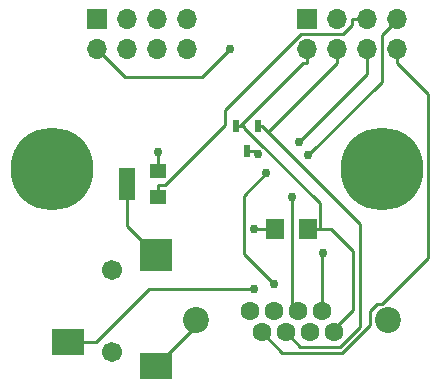
<source format=gbr>
G04 #@! TF.FileFunction,Copper,L1,Top,Signal*
%FSLAX46Y46*%
G04 Gerber Fmt 4.6, Leading zero omitted, Abs format (unit mm)*
G04 Created by KiCad (PCBNEW 4.0.5) date 04/11/17 14:31:45*
%MOMM*%
%LPD*%
G01*
G04 APERTURE LIST*
%ADD10C,0.100000*%
%ADD11R,1.600200X1.803400*%
%ADD12R,2.794000X2.209800*%
%ADD13R,2.794000X2.794000*%
%ADD14C,1.701800*%
%ADD15R,1.700000X1.700000*%
%ADD16O,1.700000X1.700000*%
%ADD17R,1.400000X1.200000*%
%ADD18R,1.400000X2.800000*%
%ADD19R,0.599400X1.000800*%
%ADD20C,7.000000*%
%ADD21C,2.200000*%
%ADD22C,1.600000*%
%ADD23C,0.762000*%
%ADD24C,0.254000*%
G04 APERTURE END LIST*
D10*
D11*
X52197000Y-49530000D03*
X49403000Y-49530000D03*
D12*
X31851600Y-59105800D03*
D13*
X39268400Y-51714400D03*
D12*
X39268400Y-61112400D03*
D14*
X35560000Y-52984400D03*
X35560000Y-59994800D03*
D15*
X52070000Y-31750000D03*
D16*
X52070000Y-34290000D03*
X54610000Y-31750000D03*
X54610000Y-34290000D03*
X57150000Y-31750000D03*
X57150000Y-34290000D03*
X59690000Y-31750000D03*
X59690000Y-34290000D03*
D15*
X34290000Y-31750000D03*
D16*
X34290000Y-34290000D03*
X36830000Y-31750000D03*
X36830000Y-34290000D03*
X39370000Y-31750000D03*
X39370000Y-34290000D03*
X41910000Y-31750000D03*
X41910000Y-34290000D03*
D17*
X39430000Y-46820000D03*
X39430000Y-44620000D03*
D18*
X36830000Y-45720000D03*
D19*
X47942500Y-40853400D03*
X46990000Y-42966600D03*
X46037500Y-40853400D03*
D20*
X58420000Y-44450000D03*
X30480000Y-44450000D03*
D21*
X42670000Y-57280000D03*
X58930000Y-57280000D03*
D22*
X50300000Y-58300000D03*
X52330000Y-58300000D03*
X49270000Y-56520000D03*
X51300000Y-56520000D03*
X47240000Y-56520000D03*
X48270000Y-58300000D03*
X53330000Y-56520000D03*
X54360000Y-58300000D03*
D23*
X45593000Y-34290000D03*
X47625000Y-49530000D03*
X39497000Y-43053000D03*
X47935400Y-43231000D03*
X47625000Y-54610000D03*
X53467000Y-51562000D03*
X51435000Y-42164000D03*
X48641000Y-44831000D03*
X49276000Y-54229000D03*
X50800000Y-46863000D03*
X52197000Y-43307000D03*
D24*
X36703000Y-36703000D02*
X34290000Y-34290000D01*
X43180000Y-36703000D02*
X36703000Y-36703000D01*
X45593000Y-34290000D02*
X43180000Y-36703000D01*
X54102000Y-49530000D02*
X53149500Y-49530000D01*
X56007000Y-51435000D02*
X54102000Y-49530000D01*
X56007000Y-56388000D02*
X56007000Y-51435000D01*
X54360000Y-58035000D02*
X56007000Y-56388000D01*
X54360000Y-58300000D02*
X54360000Y-58035000D01*
X53149500Y-49530000D02*
X52197000Y-49530000D01*
X46718500Y-40999900D02*
X46718500Y-40853400D01*
X47641000Y-41922400D02*
X46718500Y-40999900D01*
X47717400Y-41922400D02*
X47641000Y-41922400D01*
X53149500Y-47354500D02*
X47717400Y-41922400D01*
X53149500Y-49530000D02*
X53149500Y-47354500D01*
X46037500Y-40853400D02*
X46378000Y-40853400D01*
X46378000Y-40853400D02*
X46718500Y-40853400D01*
X51710100Y-35521300D02*
X52070000Y-35521300D01*
X46378000Y-40853400D02*
X51710100Y-35521300D01*
X52070000Y-34290000D02*
X52070000Y-35521300D01*
X42670000Y-57280000D02*
X42670000Y-57710800D01*
X42670000Y-57710800D02*
X39268400Y-61112400D01*
X39268400Y-61112400D02*
X39268400Y-61061600D01*
X49403000Y-49530000D02*
X47625000Y-49530000D01*
X39430000Y-43120000D02*
X39497000Y-43053000D01*
X39430000Y-44620000D02*
X39430000Y-43120000D01*
X46990000Y-42966600D02*
X47671000Y-42966600D01*
X47935400Y-43231000D02*
X47671000Y-42966600D01*
X31851600Y-59105800D02*
X34239200Y-59105800D01*
X38735000Y-54610000D02*
X47625000Y-54610000D01*
X34239200Y-59105800D02*
X38735000Y-54610000D01*
X53330000Y-56520000D02*
X53330000Y-51699000D01*
X53330000Y-51699000D02*
X53467000Y-51562000D01*
X36830000Y-45720000D02*
X36830000Y-49276000D01*
X36830000Y-49276000D02*
X39268400Y-51714400D01*
X47942500Y-40853400D02*
X48283000Y-40853400D01*
X54610000Y-34290000D02*
X54610000Y-35521300D01*
X54610000Y-35521300D02*
X48780500Y-41350800D01*
X48283000Y-40853400D02*
X48780500Y-41350800D01*
X51519600Y-59519600D02*
X50300000Y-58300000D01*
X54856700Y-59519600D02*
X51519600Y-59519600D01*
X56536000Y-57840300D02*
X54856700Y-59519600D01*
X56536000Y-49106400D02*
X56536000Y-57840300D01*
X48780500Y-41350800D02*
X56536000Y-49106400D01*
X55918700Y-32260200D02*
X55918700Y-31750000D01*
X55158900Y-33020000D02*
X55918700Y-32260200D01*
X51593100Y-33020000D02*
X55158900Y-33020000D01*
X45181500Y-39431600D02*
X51593100Y-33020000D01*
X45181500Y-40731200D02*
X45181500Y-39431600D01*
X40074000Y-45838700D02*
X45181500Y-40731200D01*
X39430000Y-45838700D02*
X40074000Y-45838700D01*
X39430000Y-46820000D02*
X39430000Y-45838700D01*
X57150000Y-31750000D02*
X55918700Y-31750000D01*
X57150000Y-36449000D02*
X57150000Y-34290000D01*
X51435000Y-42164000D02*
X57150000Y-36449000D01*
X46736000Y-46736000D02*
X48641000Y-44831000D01*
X46736000Y-51689000D02*
X46736000Y-46736000D01*
X49276000Y-54229000D02*
X46736000Y-51689000D01*
X50800000Y-56020000D02*
X50800000Y-46863000D01*
X58420000Y-37084000D02*
X52197000Y-43307000D01*
X58420000Y-33147000D02*
X58420000Y-37084000D01*
X58420000Y-33147000D02*
X59690000Y-31877000D01*
X50800000Y-56020000D02*
X51300000Y-56520000D01*
X59690000Y-31750000D02*
X59690000Y-31877000D01*
X62313700Y-38145000D02*
X62313700Y-51986300D01*
X49997900Y-60027900D02*
X48270000Y-58300000D01*
X49997900Y-60027900D02*
X55067200Y-60027900D01*
X57404000Y-57691100D02*
X55067200Y-60027900D01*
X57404000Y-56515000D02*
X57404000Y-57691100D01*
X58039000Y-55880000D02*
X57404000Y-56515000D01*
X58420000Y-55880000D02*
X58039000Y-55880000D01*
X62313700Y-51986300D02*
X58420000Y-55880000D01*
X59690000Y-34290000D02*
X59690000Y-35521300D01*
X62313700Y-38145000D02*
X59690000Y-35521300D01*
M02*

</source>
